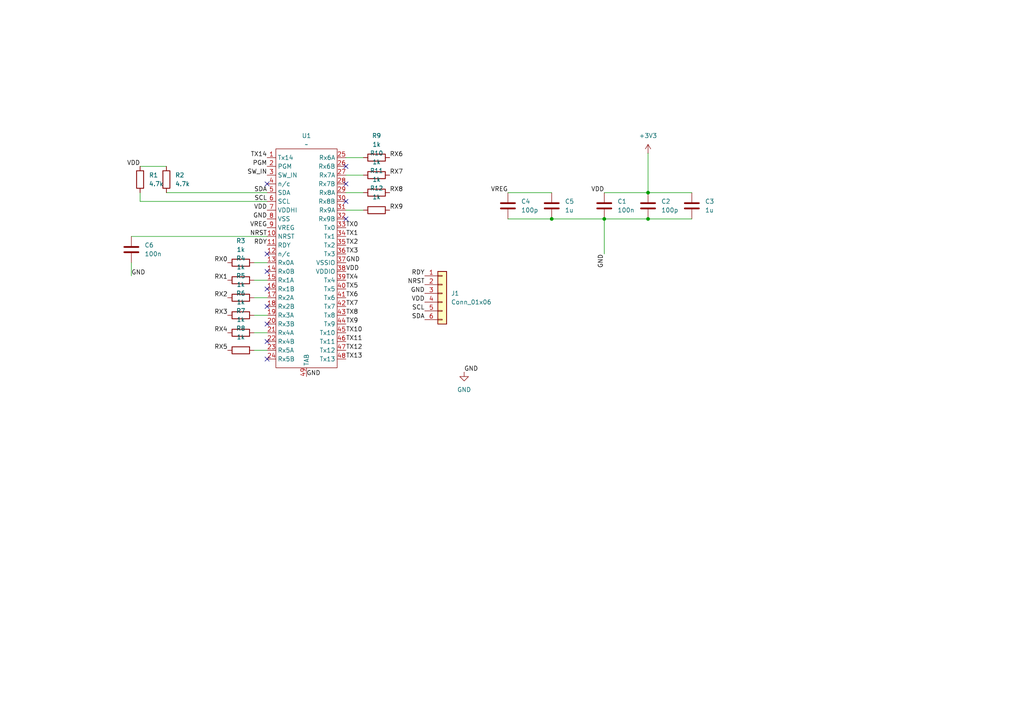
<source format=kicad_sch>
(kicad_sch (version 20231120) (generator "eeschema") (generator_version "8.0")
  (paper "A4")
  (lib_symbols
    (symbol "Connector_Generic:Conn_01x06" (pin_names (offset 1.016) hide)
      (property "Reference" "J" (at 0 7.62 0))
      (property "Value" "Conn_01x06" (at 0 -10.16 0))
      (symbol "Conn_01x06_1_1"
        (rectangle (start -1.27 -7.493) (end 0 -7.747) (stroke (width 0.1524)))
        (rectangle (start -1.27 -4.953) (end 0 -5.207) (stroke (width 0.1524)))
        (rectangle (start -1.27 -2.413) (end 0 -2.667) (stroke (width 0.1524)))
        (rectangle (start -1.27 0.127) (end 0 -0.127) (stroke (width 0.1524)))
        (rectangle (start -1.27 2.667) (end 0 2.413) (stroke (width 0.1524)))
        (rectangle (start -1.27 5.207) (end 0 4.953) (stroke (width 0.1524)))
        (rectangle (start -1.27 6.35) (end 1.27 -8.89) (stroke (width 0.254)) (fill (type background)))
        (pin passive line (at -5.08 5.08 0) (length 3.81) (name "Pin_1") (number "1"))
        (pin passive line (at -5.08 2.54 0) (length 3.81) (name "Pin_2") (number "2"))
        (pin passive line (at -5.08 0 0) (length 3.81) (name "Pin_3") (number "3"))
        (pin passive line (at -5.08 -2.54 0) (length 3.81) (name "Pin_4") (number "4"))
        (pin passive line (at -5.08 -5.08 0) (length 3.81) (name "Pin_5") (number "5"))
        (pin passive line (at -5.08 -7.62 0) (length 3.81) (name "Pin_6") (number "6"))
      )
    )
    (symbol "Device:C" (pin_numbers hide) (pin_names (offset 0.254))
      (property "Reference" "C" (at 0.635 2.54 0))
      (property "Value" "C" (at 0.635 -2.54 0))
      (symbol "C_0_1"
        (polyline (pts (xy -2.032 -0.762) (xy 2.032 -0.762)) (stroke (width 0.508)))
        (polyline (pts (xy -2.032 0.762) (xy 2.032 0.762)) (stroke (width 0.508)))
      )
      (symbol "C_1_1"
        (pin passive line (at 0 3.81 270) (length 2.794) (name "~") (number "1"))
        (pin passive line (at 0 -3.81 90) (length 2.794) (name "~") (number "2"))
      )
    )
    (symbol "Device:R" (pin_numbers hide) (pin_names (offset 0))
      (property "Reference" "R" (at 2.032 0 90))
      (property "Value" "R" (at 0 0 90))
      (symbol "R_0_1"
        (rectangle (start -1.016 -2.54) (end 1.016 2.54) (stroke (width 0.254)))
      )
      (symbol "R_1_1"
        (pin passive line (at 0 3.81 270) (length 1.27) (name "~") (number "1"))
        (pin passive line (at 0 -3.81 90) (length 1.27) (name "~") (number "2"))
      )
    )
    (symbol "power:+3V3" (power) (pin_numbers hide) (pin_names (offset 0) hide)
      (property "Value" "+3V3" (at 0 3.556 0))
      (symbol "+3V3_0_1"
        (polyline (pts (xy -0.762 1.27) (xy 0 2.54)))
        (polyline (pts (xy 0 0) (xy 0 2.54)))
        (polyline (pts (xy 0 2.54) (xy 0.762 1.27)))
      )
      (symbol "+3V3_1_1"
        (pin power_in line (at 0 0 90) (length 0) (name "~") (number "1"))
      )
    )
    (symbol "power:GND" (power) (pin_numbers hide) (pin_names (offset 0) hide)
      (property "Value" "GND" (at 0 -3.81 0))
      (symbol "GND_0_1"
        (polyline (pts (xy 0 0) (xy 0 -1.27) (xy 1.27 -1.27) (xy 0 -2.54) (xy -1.27 -1.27) (xy 0 -1.27)))
      )
      (symbol "GND_1_1"
        (pin power_in line (at 0 0 270) (length 0) (name "~") (number "1"))
      )
    )
    (symbol "trackpad:IQS550"
      (property "Reference" "U1" (at 8.89 3.81 0))
      (property "Value" "~" (at 8.89 1.27 0))
      (symbol "IQS550_0_1"
        (rectangle (start 0 0) (end 17.78 -63.5))
      )
      (symbol "IQS550_1_1"
        (pin passive line (at -2.54 -2.54 0) (length 2.54) (name "Tx14") (number "1"))
        (pin passive line (at -2.54 -25.4 0) (length 2.54) (name "NRST") (number "10"))
        (pin passive line (at -2.54 -27.94 0) (length 2.54) (name "RDY") (number "11"))
        (pin passive line (at -2.54 -30.48 0) (length 2.54) (name "n/c") (number "12"))
        (pin passive line (at -2.54 -33.02 0) (length 2.54) (name "Rx0A") (number "13"))
        (pin passive line (at -2.54 -35.56 0) (length 2.54) (name "Rx0B") (number "14"))
        (pin passive line (at -2.54 -38.1 0) (length 2.54) (name "Rx1A") (number "15"))
        (pin passive line (at -2.54 -40.64 0) (length 2.54) (name "Rx1B") (number "16"))
        (pin passive line (at -2.54 -43.18 0) (length 2.54) (name "Rx2A") (number "17"))
        (pin passive line (at -2.54 -45.72 0) (length 2.54) (name "Rx2B") (number "18"))
        (pin passive line (at -2.54 -48.26 0) (length 2.54) (name "Rx3A") (number "19"))
        (pin passive line (at -2.54 -5.08 0) (length 2.54) (name "PGM") (number "2"))
        (pin passive line (at -2.54 -50.8 0) (length 2.54) (name "Rx3B") (number "20"))
        (pin passive line (at -2.54 -53.34 0) (length 2.54) (name "Rx4A") (number "21"))
        (pin passive line (at -2.54 -55.88 0) (length 2.54) (name "Rx4B") (number "22"))
        (pin passive line (at -2.54 -58.42 0) (length 2.54) (name "Rx5A") (number "23"))
        (pin passive line (at -2.54 -60.96 0) (length 2.54) (name "Rx5B") (number "24"))
        (pin passive line (at 20.32 -2.54 180) (length 2.54) (name "Rx6A") (number "25"))
        (pin passive line (at 20.32 -5.08 180) (length 2.54) (name "Rx6B") (number "26"))
        (pin passive line (at 20.32 -7.62 180) (length 2.54) (name "Rx7A") (number "27"))
        (pin passive line (at 20.32 -10.16 180) (length 2.54) (name "Rx7B") (number "28"))
        (pin passive line (at 20.32 -12.7 180) (length 2.54) (name "Rx8A") (number "29"))
        (pin passive line (at -2.54 -7.62 0) (length 2.54) (name "SW_IN") (number "3"))
        (pin passive line (at 20.32 -15.24 180) (length 2.54) (name "Rx8B") (number "30"))
        (pin passive line (at 20.32 -17.78 180) (length 2.54) (name "Rx9A") (number "31"))
        (pin passive line (at 20.32 -20.32 180) (length 2.54) (name "Rx9B") (number "32"))
        (pin passive line (at 20.32 -22.86 180) (length 2.54) (name "Tx0") (number "33"))
        (pin passive line (at 20.32 -25.4 180) (length 2.54) (name "Tx1") (number "34"))
        (pin passive line (at 20.32 -27.94 180) (length 2.54) (name "Tx2") (number "35"))
        (pin passive line (at 20.32 -30.48 180) (length 2.54) (name "Tx3") (number "36"))
        (pin passive line (at 20.32 -33.02 180) (length 2.54) (name "VSSIO") (number "37"))
        (pin passive line (at 20.32 -35.56 180) (length 2.54) (name "VDDIO") (number "38"))
        (pin passive line (at 20.32 -38.1 180) (length 2.54) (name "Tx4") (number "39"))
        (pin passive line (at -2.54 -10.16 0) (length 2.54) (name "n/c") (number "4"))
        (pin passive line (at 20.32 -40.64 180) (length 2.54) (name "Tx5") (number "40"))
        (pin passive line (at 20.32 -43.18 180) (length 2.54) (name "Tx6") (number "41"))
        (pin passive line (at 20.32 -45.72 180) (length 2.54) (name "Tx7") (number "42"))
        (pin passive line (at 20.32 -48.26 180) (length 2.54) (name "Tx8") (number "43"))
        (pin passive line (at 20.32 -50.8 180) (length 2.54) (name "Tx9") (number "44"))
        (pin passive line (at 20.32 -53.34 180) (length 2.54) (name "Tx10") (number "45"))
        (pin passive line (at 20.32 -55.88 180) (length 2.54) (name "Tx11") (number "46"))
        (pin passive line (at 20.32 -58.42 180) (length 2.54) (name "Tx12") (number "47"))
        (pin passive line (at 20.32 -60.96 180) (length 2.54) (name "Tx13") (number "48"))
        (pin passive line (at 8.89 -66.04 90) (length 2.54) (name "TAB") (number "49"))
        (pin passive line (at -2.54 -12.7 0) (length 2.54) (name "SDA") (number "5"))
        (pin passive line (at -2.54 -15.24 0) (length 2.54) (name "SCL") (number "6"))
        (pin passive line (at -2.54 -17.78 0) (length 2.54) (name "VDDHI") (number "7"))
        (pin passive line (at -2.54 -20.32 0) (length 2.54) (name "VSS") (number "8"))
        (pin passive line (at -2.54 -22.86 0) (length 2.54) (name "VREG") (number "9"))
      )
    )
  )
  (junction (at 175.26 63.5))
  (junction (at 187.96 63.5))
  (junction (at 187.96 55.88))
  (junction (at 160.02 63.5))
  (no_connect (at 100.33 53.34))
  (no_connect (at 77.47 99.06))
  (no_connect (at 77.47 83.82))
  (no_connect (at 77.47 88.9))
  (no_connect (at 77.47 53.34))
  (no_connect (at 100.33 58.42))
  (no_connect (at 77.47 104.14))
  (no_connect (at 100.33 48.26))
  (no_connect (at 77.47 78.74))
  (no_connect (at 100.33 63.5))
  (no_connect (at 77.47 93.98))
  (no_connect (at 77.47 73.66))
  (wire (pts (xy 77.47 58.42) (xy 40.64 58.42)))
  (wire (pts (xy 160.02 63.5) (xy 175.26 63.5)))
  (wire (pts (xy 147.32 55.88) (xy 160.02 55.88)))
  (wire (pts (xy 73.66 101.6) (xy 77.47 101.6)))
  (wire (pts (xy 38.1 76.2) (xy 38.1 80.01)))
  (wire (pts (xy 100.33 55.88) (xy 105.41 55.88)))
  (wire (pts (xy 187.96 44.45) (xy 187.96 55.88)))
  (wire (pts (xy 77.47 68.58) (xy 38.1 68.58)))
  (wire (pts (xy 40.64 58.42) (xy 40.64 55.88)))
  (wire (pts (xy 100.33 60.96) (xy 105.41 60.96)))
  (wire (pts (xy 73.66 76.2) (xy 77.47 76.2)))
  (wire (pts (xy 147.32 63.5) (xy 160.02 63.5)))
  (wire (pts (xy 187.96 63.5) (xy 200.66 63.5)))
  (wire (pts (xy 73.66 91.44) (xy 77.47 91.44)))
  (wire (pts (xy 175.26 55.88) (xy 187.96 55.88)))
  (wire (pts (xy 40.64 48.26) (xy 48.26 48.26)))
  (wire (pts (xy 175.26 63.5) (xy 175.26 73.66)))
  (wire (pts (xy 73.66 86.36) (xy 77.47 86.36)))
  (wire (pts (xy 100.33 50.8) (xy 105.41 50.8)))
  (wire (pts (xy 77.47 55.88) (xy 48.26 55.88)))
  (wire (pts (xy 100.33 45.72) (xy 105.41 45.72)))
  (wire (pts (xy 73.66 81.28) (xy 77.47 81.28)))
  (wire (pts (xy 187.96 55.88) (xy 200.66 55.88)))
  (wire (pts (xy 73.66 96.52) (xy 77.47 96.52)))
  (wire (pts (xy 175.26 63.5) (xy 187.96 63.5)))
  (label "GND" (at 123.19 85.09 180))
  (label "RX8" (at 113.03 55.88 0))
  (label "SDA" (at 77.47 55.88 180))
  (label "GND" (at 134.62 107.95 0))
  (label "RX4" (at 66.04 96.52 180))
  (label "VREG" (at 147.32 55.88 180))
  (label "TX11" (at 100.33 99.06 0))
  (label "NRST" (at 123.19 82.55 180))
  (label "GND" (at 38.1 80.01 0))
  (label "RX3" (at 66.04 91.44 180))
  (label "TX5" (at 100.33 83.82 0))
  (label "TX0" (at 100.33 66.04 0))
  (label "RX0" (at 66.04 76.2 180))
  (label "RDY" (at 77.47 71.12 180))
  (label "GND" (at 175.26 73.66 270))
  (label "VDD" (at 123.19 87.63 180))
  (label "TX4" (at 100.33 81.28 0))
  (label "SDA" (at 123.19 92.71 180))
  (label "TX7" (at 100.33 88.9 0))
  (label "TX3" (at 100.33 73.66 0))
  (label "TX2" (at 100.33 71.12 0))
  (label "SCL" (at 77.47 58.42 180))
  (label "TX9" (at 100.33 93.98 0))
  (label "VDD" (at 100.33 78.74 0))
  (label "SCL" (at 123.19 90.17 180))
  (label "VDD" (at 77.47 60.96 180))
  (label "RX9" (at 113.03 60.96 0))
  (label "TX1" (at 100.33 68.58 0))
  (label "PGM" (at 77.47 48.26 180))
  (label "TX13" (at 100.33 104.14 0))
  (label "GND" (at 100.33 76.2 0))
  (label "RX2" (at 66.04 86.36 180))
  (label "GND" (at 88.9 109.22 0))
  (label "RX5" (at 66.04 101.6 180))
  (label "TX8" (at 100.33 91.44 0))
  (label "RX6" (at 113.03 45.72 0))
  (label "RDY" (at 123.19 80.01 180))
  (label "TX6" (at 100.33 86.36 0))
  (label "SW_IN" (at 77.47 50.8 180))
  (label "NRST" (at 77.47 68.58 180))
  (label "TX14" (at 77.47 45.72 180))
  (label "RX1" (at 66.04 81.28 180))
  (label "RX7" (at 113.03 50.8 0))
  (label "VDD" (at 175.26 55.88 180))
  (label "VREG" (at 77.47 66.04 180))
  (label "GND" (at 77.47 63.5 180))
  (label "TX12" (at 100.33 101.6 0))
  (label "VDD" (at 40.64 48.26 180))
  (label "TX10" (at 100.33 96.52 0))
  (symbol (lib_id "Device:R") (at 69.85 96.52 90) (unit 1)
    (property "Reference" "R7" (at 69.85 90.17 90))
    (property "Value" "1k" (at 69.85 92.71 90))
    (property "Footprint" "Resistor_SMD:R_0603_1608Metric" (effects (hide yes)))
    (property "Description" "Resistor" (effects (hide yes)))
  )
  (symbol (lib_id "Device:R") (at 109.22 45.72 90) (unit 1)
    (property "Reference" "R9" (at 109.22 39.37 90))
    (property "Value" "1k" (at 109.22 41.91 90))
    (property "Footprint" "Resistor_SMD:R_0603_1608Metric" (effects (hide yes)))
    (property "Description" "Resistor" (effects (hide yes)))
  )
  (symbol (lib_id "Device:C") (at 187.96 59.69 0) (unit 1)
    (property "Reference" "C2" (at 191.77 58.4199 0) (effects (justify left)))
    (property "Value" "100p" (at 191.77 60.9599 0) (effects (justify left)))
    (property "Footprint" "Capacitor_SMD:C_0603_1608Metric" (effects (hide yes)))
    (property "Description" "Unpolarized capacitor" (effects (hide yes)))
  )
  (symbol (lib_id "Device:C") (at 38.1 72.39 0) (unit 1)
    (property "Reference" "C6" (at 41.91 71.1199 0) (effects (justify left)))
    (property "Value" "100n" (at 41.91 73.6599 0) (effects (justify left)))
    (property "Footprint" "Capacitor_SMD:C_0603_1608Metric" (effects (hide yes)))
    (property "Description" "Unpolarized capacitor" (effects (hide yes)))
  )
  (symbol (lib_id "Device:R") (at 40.64 52.07 0) (unit 1)
    (property "Reference" "R1" (at 43.18 50.7999 0) (effects (justify left)))
    (property "Value" "4.7k" (at 43.18 53.3399 0) (effects (justify left)))
    (property "Footprint" "Resistor_SMD:R_0603_1608Metric" (effects (hide yes)))
    (property "Description" "Resistor" (effects (hide yes)))
  )
  (symbol (lib_id "Connector_Generic:Conn_01x06") (at 128.27 85.09 0) (unit 1)
    (property "Reference" "J1" (at 130.81 85.09 0) (effects (justify left)))
    (property "Value" "Conn_01x06" (at 130.81 87.63 0) (effects (justify left)))
    (property "Footprint" "keyboard:Jushuo_AFC07-S06FCA-00_1x6-1MP_P0.50_Horizontal-JLC" (effects (hide yes)))
    (property "Datasheet" "https://www.lcsc.com/product-detail/FFC-FPC-Connectors_JUSHUO-AFC07-S06FCC-00_C11048.html" (effects (hide yes)))
    (property "LCSC Part #" "  C11048" (effects (hide yes)))
    (property "part url" "https://www.lcsc.com/product-detail/FFC-FPC-Connectors_JUSHUO-AFC07-S06FCC-00_C11048.html" (effects (hide yes)))
  )
  (symbol (lib_id "Device:R") (at 69.85 81.28 90) (unit 1)
    (property "Reference" "R4" (at 69.85 74.93 90))
    (property "Value" "1k" (at 69.85 77.47 90))
    (property "Footprint" "Resistor_SMD:R_0603_1608Metric" (effects (hide yes)))
    (property "Description" "Resistor" (effects (hide yes)))
  )
  (symbol (lib_id "Device:R") (at 69.85 86.36 90) (unit 1)
    (property "Reference" "R5" (at 69.85 80.01 90))
    (property "Value" "1k" (at 69.85 82.55 90))
    (property "Footprint" "Resistor_SMD:R_0603_1608Metric" (effects (hide yes)))
    (property "Description" "Resistor" (effects (hide yes)))
  )
  (symbol (lib_id "Device:R") (at 69.85 101.6 90) (unit 1)
    (property "Reference" "R8" (at 69.85 95.25 90))
    (property "Value" "1k" (at 69.85 97.79 90))
    (property "Footprint" "Resistor_SMD:R_0603_1608Metric" (effects (hide yes)))
    (property "Description" "Resistor" (effects (hide yes)))
  )
  (symbol (lib_id "Device:C") (at 175.26 59.69 0) (unit 1)
    (property "Reference" "C1" (at 179.07 58.4199 0) (effects (justify left)))
    (property "Value" "100n" (at 179.07 60.9599 0) (effects (justify left)))
    (property "Footprint" "Capacitor_SMD:C_0603_1608Metric" (effects (hide yes)))
    (property "Description" "Unpolarized capacitor" (effects (hide yes)))
  )
  (symbol (lib_id "power:+3V3") (at 187.96 44.45 0) (unit 1)
    (property "Reference" "#PWR01" (effects (hide yes)))
    (property "Value" "+3V3" (at 187.96 39.37 0))
    (property "Description" "Power symbol creates a global label with name \"+3V3\"" (effects (hide yes)))
  )
  (symbol (lib_id "trackpad:IQS550") (at 80.01 43.18 0) (unit 1)
    (property "Reference" "U1" (at 88.9 39.37 0))
    (property "Value" "~" (at 88.9 41.91 0))
    (property "Footprint" "Package_DFN_QFN:QFN-48-1EP_7x7mm_P0.5mm_EP3.5x3.5mm" (effects (hide yes)))
    (property "Datasheet" "https://www.azoteq.com/images/stories/pdf/iqs5xx-b000_trackpad_datasheet.pdf" (effects (hide yes)))
  )
  (symbol (lib_id "Device:C") (at 200.66 59.69 0) (unit 1)
    (property "Reference" "C3" (at 204.47 58.4199 0) (effects (justify left)))
    (property "Value" "1u" (at 204.47 60.9599 0) (effects (justify left)))
    (property "Footprint" "Capacitor_SMD:C_0603_1608Metric" (effects (hide yes)))
    (property "Description" "Unpolarized capacitor" (effects (hide yes)))
  )
  (symbol (lib_id "Device:R") (at 109.22 50.8 90) (unit 1)
    (property "Reference" "R10" (at 109.22 44.45 90))
    (property "Value" "1k" (at 109.22 46.99 90))
    (property "Footprint" "Resistor_SMD:R_0603_1608Metric" (effects (hide yes)))
    (property "Description" "Resistor" (effects (hide yes)))
  )
  (symbol (lib_id "power:GND") (at 134.62 107.95 0) (unit 1)
    (property "Reference" "#PWR02" (effects (hide yes)))
    (property "Value" "GND" (at 134.62 113.03 0))
    (property "Description" "Power symbol creates a global label with name \"GND\" , ground" (effects (hide yes)))
  )
  (symbol (lib_id "Device:R") (at 109.22 55.88 90) (unit 1)
    (property "Reference" "R11" (at 109.22 49.53 90))
    (property "Value" "1k" (at 109.22 52.07 90))
    (property "Footprint" "Resistor_SMD:R_0603_1608Metric" (effects (hide yes)))
    (property "Description" "Resistor" (effects (hide yes)))
  )
  (symbol (lib_id "Device:C") (at 160.02 59.69 0) (unit 1)
    (property "Reference" "C5" (at 163.83 58.4199 0) (effects (justify left)))
    (property "Value" "1u" (at 163.83 60.9599 0) (effects (justify left)))
    (property "Footprint" "Capacitor_SMD:C_0603_1608Metric" (effects (hide yes)))
    (property "Description" "Unpolarized capacitor" (effects (hide yes)))
  )
  (symbol (lib_id "Device:R") (at 69.85 76.2 90) (unit 1)
    (property "Reference" "R3" (at 69.85 69.85 90))
    (property "Value" "1k" (at 69.85 72.39 90))
    (property "Footprint" "Resistor_SMD:R_0603_1608Metric" (effects (hide yes)))
    (property "Description" "Resistor" (effects (hide yes)))
  )
  (symbol (lib_id "Device:R") (at 109.22 60.96 90) (unit 1)
    (property "Reference" "R12" (at 109.22 54.61 90))
    (property "Value" "1k" (at 109.22 57.15 90))
    (property "Footprint" "Resistor_SMD:R_0603_1608Metric" (effects (hide yes)))
    (property "Description" "Resistor" (effects (hide yes)))
  )
  (symbol (lib_id "Device:C") (at 147.32 59.69 0) (unit 1)
    (property "Reference" "C4" (at 151.13 58.4199 0) (effects (justify left)))
    (property "Value" "100p" (at 151.13 60.9599 0) (effects (justify left)))
    (property "Footprint" "Capacitor_SMD:C_0603_1608Metric" (effects (hide yes)))
    (property "Description" "Unpolarized capacitor" (effects (hide yes)))
  )
  (symbol (lib_id "Device:R") (at 48.26 52.07 0) (unit 1)
    (property "Reference" "R2" (at 50.8 50.7999 0) (effects (justify left)))
    (property "Value" "4.7k" (at 50.8 53.3399 0) (effects (justify left)))
    (property "Footprint" "Resistor_SMD:R_0603_1608Metric" (effects (hide yes)))
    (property "Description" "Resistor" (effects (hide yes)))
  )
  (symbol (lib_id "Device:R") (at 69.85 91.44 90) (unit 1)
    (property "Reference" "R6" (at 69.85 85.09 90))
    (property "Value" "1k" (at 69.85 87.63 90))
    (property "Footprint" "Resistor_SMD:R_0603_1608Metric" (effects (hide yes)))
    (property "Description" "Resistor" (effects (hide yes)))
  )
)
</source>
